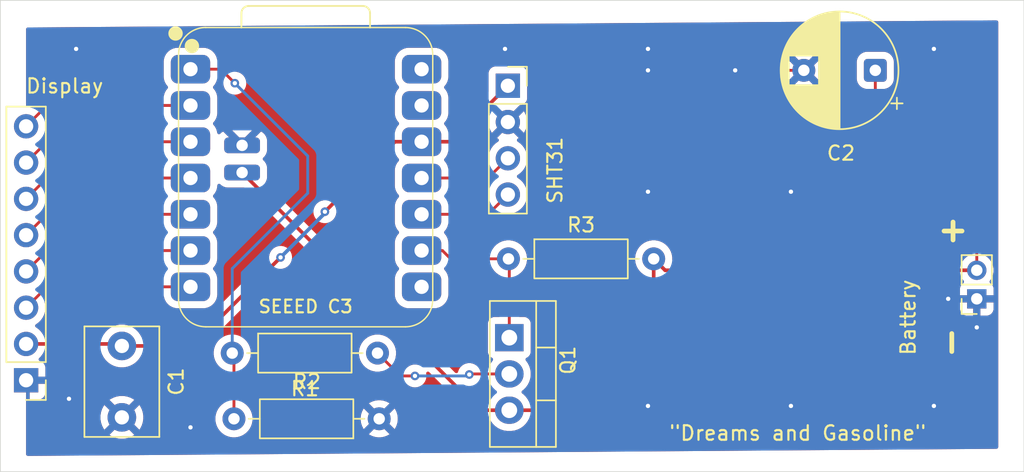
<source format=kicad_pcb>
(kicad_pcb (version 20241229) (generator "pcbnew") (generator_version "9.0")
  (layers (0 "F.Cu" signal) (2 "B.Cu" signal) (13 "F.Paste" user) (15 "B.Paste" user) (5 "F.SilkS" user "F.Silkscreen") (7 "B.SilkS" user "B.Silkscreen") (1 "F.Mask" user) (3 "B.Mask" user) (25 "Edge.Cuts" user))
  (net 0 "")
  (net 1 "Net-(J2-Pin_2)")
  (net 2 "Net-(J2-Pin_3)")
  (net 3 "Net-(J2-Pin_8)")
  (net 4 "Net-(J3-Pin_3)")
  (net 5 "Net-(J3-Pin_4)")
  (net 7 "Net-(J2-Pin_4)")
  (net 8 "Net-(Q1-G)")
  (net 9 "Net-(J2-Pin_5)")
  (net 10 "Net-(J2-Pin_6)")
  (net 11 "Net-(J1-Pin_8)")
  (net 13 "Net-(J2-Pin_7)")
  (net 14 "Net-(Q1-D)")
  (net 15 "Net-(J4-Pin_2)")
  (net 16 "GND")
  (footprint "Connector_PinSocket_2.54mm:PinSocket_1x04_P2.54mm_Vertical" (layer "F.Cu") (at 110.2 97.58)
    (property "Reference" "J3" (hide yes))
    (property "Value" "SHT31" (at 3.3 5.92 90) (layer "F.SilkS"))
    (fp_line (start -1.33 1.27) (end -1.33 8.95) (stroke (width 0.12)) (layer "F.SilkS"))
    (fp_line (start -1.33 1.27) (end 1.33 1.27) (stroke (width 0.12)) (layer "F.SilkS"))
    (fp_line (start -1.33 8.95) (end 1.33 8.95) (stroke (width 0.12)) (layer "F.SilkS"))
    (fp_line (start 0 -1.33) (end 1.33 -1.33) (stroke (width 0.12)) (layer "F.SilkS"))
    (fp_line (start 1.33 -1.33) (end 1.33 0) (stroke (width 0.12)) (layer "F.SilkS"))
    (fp_line (start 1.33 1.27) (end 1.33 8.95) (stroke (width 0.12)) (layer "F.SilkS"))
    (pad "GND" thru_hole circle (at 0 2.54) (size 1.7 1.7) (drill 1) (layers "*.Cu" "*.Mask") (net 16 "GND"))
    (pad "SCL" thru_hole circle (at 0 5.08) (size 1.7 1.7) (drill 1) (layers "*.Cu" "*.Mask") (net 4 "Net-(J3-Pin_3)"))
    (pad "SDA" thru_hole circle (at 0 7.62) (size 1.7 1.7) (drill 1) (layers "*.Cu" "*.Mask") (net 5 "Net-(J3-Pin_4)"))
    (pad "VIN" thru_hole rect (at 0 0) (size 1.7 1.7) (drill 1) (layers "*.Cu" "*.Mask") (net 1 "Net-(J2-Pin_2)"))
  )
  (footprint "Capacitor_THT:CP_Radial_D8.0mm_P5.00mm" (layer "F.Cu") (at 135.902651 96.5 180)
    (property "Reference" "J4" (hide yes))
    (property "Value" "C2" (at 2.402651 -5.8 0) (layer "F.SilkS"))
    (fp_line (start 6.58 -0.533) (end 6.58 0.533) (stroke (width 0.12)) (layer "F.SilkS"))
    (fp_line (start 6.54 -0.768) (end 6.54 0.768) (stroke (width 0.12)) (layer "F.SilkS"))
    (fp_line (start 6.5 -0.947) (end 6.5 0.947) (stroke (width 0.12)) (layer "F.SilkS"))
    (fp_line (start 6.46 -1.097) (end 6.46 1.097) (stroke (width 0.12)) (layer "F.SilkS"))
    (fp_line (start 6.42 -1.228) (end 6.42 1.228) (stroke (width 0.12)) (layer "F.SilkS"))
    (fp_line (start 6.38 -1.346) (end 6.38 1.346) (stroke (width 0.12)) (layer "F.SilkS"))
    (fp_line (start 6.34 -1.453) (end 6.34 1.453) (stroke (width 0.12)) (layer "F.SilkS"))
    (fp_line (start 6.3 -1.552) (end 6.3 1.552) (stroke (width 0.12)) (layer "F.SilkS"))
    (fp_line (start 6.26 -1.644) (end 6.26 1.644) (stroke (width 0.12)) (layer "F.SilkS"))
    (fp_line (start 6.22 -1.731) (end 6.22 1.731) (stroke (width 0.12)) (layer "F.SilkS"))
    (fp_line (start 6.18 -1.813) (end 6.18 1.813) (stroke (width 0.12)) (layer "F.SilkS"))
    (fp_line (start 6.14 -1.89) (end 6.14 1.89) (stroke (width 0.12)) (layer "F.SilkS"))
    (fp_line (start 6.1 -1.964) (end 6.1 1.964) (stroke (width 0.12)) (layer "F.SilkS"))
    (fp_line (start 6.06 -2.034) (end 6.06 2.034) (stroke (width 0.12)) (layer "F.SilkS"))
    (fp_line (start 6.02 1.04) (end 6.02 2.101) (stroke (width 0.12)) (layer "F.SilkS"))
    (fp_line (start 6.02 -2.101) (end 6.02 -1.04) (stroke (width 0.12)) (layer "F.SilkS"))
    (fp_line (start 5.98 1.04) (end 5.98 2.165) (stroke (width 0.12)) (layer "F.SilkS"))
    (fp_line (start 5.98 -2.165) (end 5.98 -1.04) (stroke (width 0.12)) (layer "F.SilkS"))
    (fp_line (start 5.94 1.04) (end 5.94 2.227) (stroke (width 0.12)) (layer "F.SilkS"))
    (fp_line (start 5.94 -2.227) (end 5.94 -1.04) (stroke (width 0.12)) (layer "F.SilkS"))
    (fp_line (start 5.9 1.04) (end 5.9 2.287) (stroke (width 0.12)) (layer "F.SilkS"))
    (fp_line (start 5.9 -2.287) (end 5.9 -1.04) (stroke (width 0.12)) (layer "F.SilkS"))
    (fp_line (start 5.86 1.04) (end 5.86 2.344) (stroke (width 0.12)) (layer "F.SilkS"))
    (fp_line (start 5.86 -2.344) (end 5.86 -1.04) (stroke (width 0.12)) (layer "F.SilkS"))
    (fp_line (start 5.82 1.04) (end 5.82 2.4) (stroke (width 0.12)) (layer "F.SilkS"))
    (fp_line (start 5.82 -2.4) (end 5.82 -1.04) (stroke (width 0.12)) (layer "F.SilkS"))
    (fp_line (start 5.78 1.04) (end 5.78 2.453) (stroke (width 0.12)) (layer "F.SilkS"))
    (fp_line (start 5.78 -2.453) (end 5.78 -1.04) (stroke (width 0.12)) (layer "F.SilkS"))
    (fp_line (start 5.74 1.04) (end 5.74 2.505) (stroke (width 0.12)) (layer "F.SilkS"))
    (fp_line (start 5.74 -2.505) (end 5.74 -1.04) (stroke (width 0.12)) (layer "F.SilkS"))
    (fp_line (start 5.7 1.04) (end 5.7 2.555) (stroke (width 0.12)) (layer "F.SilkS"))
    (fp_line (start 5.7 -2.555) (end 5.7 -1.04) (stroke (width 0.12)) (layer "F.SilkS"))
    (fp_line (start 5.66 1.04) (end 5.66 2.604) (stroke (width 0.12)) (layer "F.SilkS"))
    (fp_line (start 5.66 -2.604) (end 5.66 -1.04) (stroke (width 0.12)) (layer "F.SilkS"))
    (fp_line (start 5.62 1.04) (end 5.62 2.651) (stroke (width 0.12)) (layer "F.SilkS"))
    (fp_line (start 5.62 -2.651) (end 5.62 -1.04) (stroke (width 0.12)) (layer "F.SilkS"))
    (fp_line (start 5.58 1.04) (end 5.58 2.696) (stroke (width 0.12)) (layer "F.SilkS"))
    (fp_line (start 5.58 -2.696) (end 5.58 -1.04) (stroke (width 0.12)) (layer "F.SilkS"))
    (fp_line (start 5.54 1.04) (end 5.54 2.741) (stroke (width 0.12)) (layer "F.SilkS"))
    (fp_line (start 5.54 -2.741) (end 5.54 -1.04) (stroke (width 0.12)) (layer "F.SilkS"))
    (fp_line (start 5.5 1.04) (end 5.5 2.784) (stroke (width 0.12)) (layer "F.SilkS"))
    (fp_line (start 5.5 -2.784) (end 5.5 -1.04) (stroke (width 0.12)) (layer "F.SilkS"))
    (fp_line (start 5.46 1.04) (end 5.46 2.826) (stroke (width 0.12)) (layer "F.SilkS"))
    (fp_line (start 5.46 -2.826) (end 5.46 -1.04) (stroke (width 0.12)) (layer "F.SilkS"))
    (fp_line (start 5.42 1.04) (end 5.42 2.867) (stroke (width 0.12)) (layer "F.SilkS"))
    (fp_line (start 5.42 -2.867) (end 5.42 -1.04) (stroke (width 0.12)) (layer "F.SilkS"))
    (fp_line (start 5.38 1.04) (end 5.38 2.906) (stroke (width 0.12)) (layer "F.SilkS"))
    (fp_line (start 5.38 -2.906) (end 5.38 -1.04) (stroke (width 0.12)) (layer "F.SilkS"))
    (fp_line (start 5.34 1.04) (end 5.34 2.945) (stroke (width 0.12)) (layer "F.SilkS"))
    (fp_line (start 5.34 -2.945) (end 5.34 -1.04) (stroke (width 0.12)) (layer "F.SilkS"))
    (fp_line (start 5.3 1.04) (end 5.3 2.982) (stroke (width 0.12)) (layer "F.SilkS"))
    (fp_line (start 5.3 -2.982) (end 5.3 -1.04) (stroke (width 0.12)) (layer "F.SilkS"))
    (fp_line (start 5.26 1.04) (end 5.26 3.019) (stroke (width 0.12)) (layer "F.SilkS"))
    (fp_line (start 5.26 -3.019) (end 5.26 -1.04) (stroke (width 0.12)) (layer "F.SilkS"))
    (fp_line (start 5.22 1.04) (end 5.22 3.055) (stroke (width 0.12)) (layer "F.SilkS"))
    (fp_line (start 5.22 -3.055) (end 5.22 -1.04) (stroke (width 0.12)) (layer "F.SilkS"))
    (fp_line (start 5.18 1.04) (end 5.18 3.089) (stroke (width 0.12)) (layer "F.SilkS"))
    (fp_line (start 5.18 -3.089) (end 5.18 -1.04) (stroke (width 0.12)) (layer "F.SilkS"))
    (fp_line (start 5.14 1.04) (end 5.14 3.123) (stroke (width 0.12)) (layer "F.SilkS"))
    (fp_line (start 5.14 -3.123) (end 5.14 -1.04) (stroke (width 0.12)) (layer "F.SilkS"))
    (fp_line (start 5.1 1.04) (end 5.1 3.156) (stroke (width 0.12)) (layer "F.SilkS"))
    (fp_line (start 5.1 -3.156) (end 5.1 -1.04) (stroke (width 0.12)) (layer "F.SilkS"))
    (fp_line (start 5.06 1.04) (end 5.06 3.188) (stroke (width 0.12)) (layer "F.SilkS"))
    (fp_line (start 5.06 -3.188) (end 5.06 -1.04) (stroke (width 0.12)) (layer "F.SilkS"))
    (fp_line (start 5.02 1.04) (end 5.02 3.219) (stroke (width 0.12)) (layer "F.SilkS"))
    (fp_line (start 5.02 -3.219) (end 5.02 -1.04) (stroke (width 0.12)) (layer "F.SilkS"))
    (fp_line (start 4.98 1.04) (end 4.98 3.25) (stroke (width 0.12)) (layer "F.SilkS"))
    (fp_line (start 4.98 -3.25) (end 4.98 -1.04) (stroke (width 0.12)) (layer "F.SilkS"))
    (fp_line (start 4.94 1.04) (end 4.94 3.28) (stroke (width 0.12)) (layer "F.SilkS"))
    (fp_line (start 4.94 -3.28) (end 4.94 -1.04) (stroke (width 0.12)) (layer "F.SilkS"))
    (fp_line (start 4.9 1.04) (end 4.9 3.309) (stroke (width 0.12)) (layer "F.SilkS"))
    (fp_line (start 4.9 -3.309) (end 4.9 -1.04) (stroke (width 0.12)) (layer "F.SilkS"))
    (fp_line (start 4.86 1.04) (end 4.86 3.337) (stroke (width 0.12)) (layer "F.SilkS"))
    (fp_line (start 4.86 -3.337) (end 4.86 -1.04) (stroke (width 0.12)) (layer "F.SilkS"))
    (fp_line (start 4.82 1.04) (end 4.82 3.365) (stroke (width 0.12)) (layer "F.SilkS"))
    (fp_line (start 4.82 -3.365) (end 4.82 -1.04) (stroke (width 0.12)) (layer "F.SilkS"))
    (fp_line (start 4.78 1.04) (end 4.78 3.392) (stroke (width 0.12)) (layer "F.SilkS"))
    (fp_line (start 4.78 -3.392) (end 4.78 -1.04) (stroke (width 0.12)) (layer "F.SilkS"))
    (fp_line (start 4.74 1.04) (end 4.74 3.418) (stroke (width 0.12)) (layer "F.SilkS"))
    (fp_line (start 4.74 -3.418) (end 4.74 -1.04) (stroke (width 0.12)) (layer "F.SilkS"))
    (fp_line (start 4.7 1.04) (end 4.7 3.443) (stroke (width 0.12)) (layer "F.SilkS"))
    (fp_line (start 4.7 -3.443) (end 4.7 -1.04) (stroke (width 0.12)) (layer "F.SilkS"))
    (fp_line (start 4.66 1.04) (end 4.66 3.468) (stroke (width 0.12)) (layer "F.SilkS"))
    (fp_line (start 4.66 -3.468) (end 4.66 -1.04) (stroke (width 0.12)) (layer "F.SilkS"))
    (fp_line (start 4.62 1.04) (end 4.62 3.493) (stroke (width 0.12)) (layer "F.SilkS"))
    (fp_line (start 4.62 -3.493) (end 4.62 -1.04) (stroke (width 0.12)) (layer "F.SilkS"))
    (fp_line (start 4.58 1.04) (end 4.58 3.516) (stroke (width 0.12)) (layer "F.SilkS"))
    (fp_line (start 4.58 -3.516) (end 4.58 -1.04) (stroke (width 0.12)) (layer "F.SilkS"))
    (fp_line (start 4.54 1.04) (end 4.54 3.539) (stroke (width 0.12)) (layer "F.SilkS"))
    (fp_line (start 4.54 -3.539) (end 4.54 -1.04) (stroke (width 0.12)) (layer "F.SilkS"))
    (fp_line (start 4.5 1.04) (end 4.5 3.562) (stroke (width 0.12)) (layer "F.SilkS"))
    (fp_line (start 4.5 -3.562) (end 4.5 -1.04) (stroke (width 0.12)) (layer "F.SilkS"))
    (fp_line (start 4.46 1.04) (end 4.46 3.584) (stroke (width 0.12)) (layer "F.SilkS"))
    (fp_line (start 4.46 -3.584) (end 4.46 -1.04) (stroke (width 0.12)) (layer "F.SilkS"))
    (fp_line (start 4.42 1.04) (end 4.42 3.605) (stroke (width 0.12)) (layer "F.SilkS"))
    (fp_line (start 4.42 -3.605) (end 4.42 -1.04) (stroke (width 0.12)) (layer "F.SilkS"))
    (fp_line (start 4.38 1.04) (end 4.38 3.626) (stroke (width 0.12)) (layer "F.SilkS"))
    (fp_line (start 4.38 -3.626) (end 4.38 -1.04) (stroke (width 0.12)) (layer "F.SilkS"))
    (fp_line (start 4.34 1.04) (end 4.34 3.646) (stroke (width 0.12)) (layer "F.SilkS"))
    (fp_line (start 4.34 -3.646) (end 4.34 -1.04) (stroke (width 0.12)) (layer "F.SilkS"))
    (fp_line (start 4.3 1.04) (end 4.3 3.666) (stroke (width 0.12)) (layer "F.SilkS"))
    (fp_line (start 4.3 -3.666) (end 4.3 -1.04) (stroke (width 0.12)) (layer "F.SilkS"))
    (fp_line (start 4.26 1.04) (end 4.26 3.685) (stroke (width 0.12)) (layer "F.SilkS"))
    (fp_line (start 4.26 -3.685) (end 4.26 -1.04) (stroke (width 0.12)) (layer "F.SilkS"))
    (fp_line (start 4.22 1.04) (end 4.22 3.704) (stroke (width 0.12)) (layer "F.SilkS"))
    (fp_line (start 4.22 -3.704) (end 4.22 -1.04) (stroke (width 0.12)) (layer "F.SilkS"))
    (fp_line (start 4.18 1.04) (end 4.18 3.722) (stroke (width 0.12)) (layer "F.SilkS"))
    (fp_line (start 4.18 -3.722) (end 4.18 -1.04) (stroke (width 0.12)) (layer "F.SilkS"))
    (fp_line (start 4.14 1.04) (end 4.14 3.74) (stroke (width 0.12)) (layer "F.SilkS"))
    (fp_line (start 4.14 -3.74) (end 4.14 -1.04) (stroke (width 0.12)) (layer "F.SilkS"))
    (fp_line (start 4.1 1.04) (end 4.1 3.757) (stroke (width 0.12)) (layer "F.SilkS"))
    (fp_line (start 4.1 -3.757) (end 4.1 -1.04) (stroke (width 0.12)) (layer "F.SilkS"))
    (fp_line (start 4.06 1.04) (end 4.06 3.773) (stroke (width 0.12)) (layer "F.SilkS"))
    (fp_line (start 4.06 -3.773) (end 4.06 -1.04) (stroke (width 0.12)) (layer "F.SilkS"))
    (fp_line (start 4.02 1.04) (end 4.02 3.789) (stroke (width 0.12)) (layer "F.SilkS"))
    (fp_line (start 4.02 -3.789) (end 4.02 -1.04) (stroke (width 0.12)) (layer "F.SilkS"))
    (fp_line (start 3.98 1.04) (end 3.98 3.805) (stroke (width 0.12)) (layer "F.SilkS"))
    (fp_line (start 3.98 -3.805) (end 3.98 -1.04) (stroke (width 0.12)) (layer "F.SilkS"))
    (fp_line (start 3.94 -3.82) (end 3.94 3.82) (stroke (width 0.12)) (layer "F.SilkS"))
    (fp_line (start 3.9 -3.835) (end 3.9 3.835) (stroke (width 0.12)) (layer "F.SilkS"))
    (fp_line (start 3.86 -3.849) (end 3.86 3.849) (stroke (width 0.12)) (layer "F.SilkS"))
    (fp_line (start 3.82 -3.863) (end 3.82 3.863) (stroke (width 0.12)) (layer "F.SilkS"))
    (fp_line (start 3.78 -3.876) (end 3.78 3.876) (stroke (width 0.12)) (layer "F.SilkS"))
    (fp_line (start 3.74 -3.889) (end 3.74 3.889) (stroke (width 0.12)) (layer "F.SilkS"))
    (fp_line (start 3.7 -3.901) (end 3.7 3.901) (stroke (width 0.12)) (layer "F.SilkS"))
    (fp_line (start 3.66 -3.913) (end 3.66 3.913) (stroke (width 0.12)) (layer "F.SilkS"))
    (fp_line (start 3.62 -3.925) (end 3.62 3.925) (stroke (width 0.12)) (layer "F.SilkS"))
    (fp_line (start 3.58 -3.936) (end 3.58 3.936) (stroke (width 0.12)) (layer "F.SilkS"))
    (fp_line (start 3.54 -3.947) (end 3.54 3.947) (stroke (width 0.12)) (layer "F.SilkS"))
    (fp_line (start 3.5 -3.957) (end 3.5 3.957) (stroke (width 0.12)) (layer "F.SilkS"))
    (fp_line (start 3.46 -3.967) (end 3.46 3.967) (stroke (width 0.12)) (layer "F.SilkS"))
    (fp_line (start 3.42 -3.976) (end 3.42 3.976) (stroke (width 0.12)) (layer "F.SilkS"))
    (fp_line (start 3.38 -3.985) (end 3.38 3.985) (stroke (width 0.12)) (layer "F.SilkS"))
    (fp_line (start 3.34 -3.993) (end 3.34 3.993) (stroke (width 0.12)) (layer "F.SilkS"))
    (fp_line (start 3.3 -4.002) (end 3.3 4.002) (stroke (width 0.12)) (layer "F.SilkS"))
    (fp_line (start 3.26 -4.009) (end 3.26 4.009) (stroke (width 0.12)) (layer "F.SilkS"))
    (fp_line (start 3.22 -4.017) (end 3.22 4.017) (stroke (width 0.12)) (layer "F.SilkS"))
    (fp_line (start 3.18 -4.023) (end 3.18 4.023) (stroke (width 0.12)) (layer "F.SilkS"))
    (fp_line (start 3.14 -4.03) (end 3.14 4.03) (stroke (width 0.12)) (layer "F.SilkS"))
    (fp_line (start 3.1 -4.036) (end 3.1 4.036) (stroke (width 0.12)) (layer "F.SilkS"))
    (fp_line (start 3.06 -4.042) (end 3.06 4.042) (stroke (width 0.12)) (layer "F.SilkS"))
    (fp_line (start 3.02 -4.047) (end 3.02 4.047) (stroke (width 0.12)) (layer "F.SilkS"))
    (fp_line (start 2.98 -4.052) (end 2.98 4.052) (stroke (width 0.12)) (layer "F.SilkS"))
    (fp_line (start 2.94 -4.056) (end 2.94 4.056) (stroke (width 0.12)) (layer "F.SilkS"))
    (fp_line (start 2.9 -4.061) (end 2.9 4.061) (stroke (width 0.12)) (layer "F.SilkS"))
    (fp_line (start 2.86 -4.064) (end 2.86 4.064) (stroke (width 0.12)) (layer "F.SilkS"))
    (fp_line (start 2.82 -4.068) (end 2.82 4.068) (stroke (width 0.12)) (layer "F.SilkS"))
    (fp_line (start 2.78 -4.07) (end 2.78 4.07) (stroke (width 0.12)) (layer "F.SilkS"))
    (fp_line (start 2.74 -4.073) (end 2.74 4.073) (stroke (width 0.12)) (layer "F.SilkS"))
    (fp_line (start 2.7 -4.075) (end 2.7 4.075) (stroke (width 0.12)) (layer "F.SilkS"))
    (fp_line (start 2.66 -4.077) (end 2.66 4.077) (stroke (width 0.12)) (layer "F.SilkS"))
    (fp_line (start 2.62 -4.078) (end 2.62 4.078) (stroke (width 0.12)) (layer "F.SilkS"))
    (fp_line (start 2.58 -4.079) (end 2.58 4.079) (stroke (width 0.12)) (layer "F.SilkS"))
    (fp_line (start 2.54 -4.08) (end 2.54 4.08) (stroke (width 0.12)) (layer "F.SilkS"))
    (fp_line (start 2.5 -4.08) (end 2.5 4.08) (stroke (width 0.12)) (layer "F.SilkS"))
    (fp_line (start -1.509698 -2.715) (end -1.509698 -1.915) (stroke (width 0.12)) (layer "F.SilkS"))
    (fp_line (start -1.909698 -2.315) (end -1.109698 -2.315) (stroke (width 0.12)) (layer "F.SilkS"))
    (fp_circle (center 2.5 0) (end 6.62 0) (stroke (width 0.12)) (fill no) (layer "F.SilkS"))
    (pad "+" thru_hole roundrect (at 0 0 180) (size 1.6 1.6) (drill 0.8) (layers "*.Cu" "*.Mask") (roundrect_rratio 0.15625) (net 15 "Net-(J4-Pin_2)"))
    (pad "-" thru_hole circle (at 5 0 180) (size 1.6 1.6) (drill 0.8) (layers "*.Cu" "*.Mask") (net 16 "GND"))
  )
  (footprint "Package_TO_SOT_THT:TO-220-3_Vertical" (layer "F.Cu") (at 110.3 115.22 -90)
    (property "Reference" "Q1" (at 1.58 -4.1 90) (layer "F.SilkS"))
    (property "Value" "FQP27P06" (hide yes))
    (fp_line (start -2.57 1.36) (end -2.57 -3.26) (stroke (width 0.12)) (layer "F.SilkS"))
    (fp_line (start 7.65 1.36) (end -2.57 1.36) (stroke (width 0.12)) (layer "F.SilkS"))
    (fp_line (start -2.57 -1.88) (end 7.65 -1.88) (stroke (width 0.12)) (layer "F.SilkS"))
    (fp_line (start -2.57 -3.26) (end 7.65 -3.26) (stroke (width 0.12)) (layer "F.SilkS"))
    (fp_line (start 0.69 -3.26) (end 0.69 -1.88) (stroke (width 0.12)) (layer "F.SilkS"))
    (fp_line (start 4.39 -3.26) (end 4.39 -1.88) (stroke (width 0.12)) (layer "F.SilkS"))
    (fp_line (start 7.65 -3.26) (end 7.65 1.36) (stroke (width 0.12)) (layer "F.SilkS"))
    (pad "1" thru_hole rect (at 0 0 270) (size 1.905 2) (drill 1.1) (layers "*.Cu" "*.Mask") (net 8 "Net-(Q1-G)"))
    (pad "2" thru_hole oval (at 2.54 0 270) (size 1.905 2) (drill 1.1) (layers "*.Cu" "*.Mask") (net 14 "Net-(Q1-D)"))
    (pad "3" thru_hole oval (at 5.08 0 270) (size 1.905 2) (drill 1.1) (layers "*.Cu" "*.Mask") (net 15 "Net-(J4-Pin_2)"))
  )
  (footprint "Connector_PinHeader_2.54mm:PinHeader_1x08_P2.54mm_Vertical" (layer "F.Cu") (at 76.5 118.2 180)
    (property "Reference" "J2" (hide yes))
    (property "Value" "e-ink-display" (hide yes))
    (fp_line (start 1.38 1.27) (end 1.38 19.16) (stroke (width 0.12)) (layer "F.SilkS"))
    (fp_line (start -1.38 19.16) (end 1.38 19.16) (stroke (width 0.12)) (layer "F.SilkS"))
    (fp_line (start -1.38 1.27) (end 1.38 1.27) (stroke (width 0.12)) (layer "F.SilkS"))
    (fp_line (start -1.38 1.27) (end -1.38 19.16) (stroke (width 0.12)) (layer "F.SilkS"))
    (fp_line (start -1.38 0) (end -1.38 -1.38) (stroke (width 0.12)) (layer "F.SilkS"))
    (fp_line (start -1.38 -1.38) (end 0 -1.38) (stroke (width 0.12)) (layer "F.SilkS"))
    (pad "BUSY" thru_hole circle (at 0 17.78 180) (size 1.7 1.7) (drill 1) (layers "*.Cu" "*.Mask") (net 3 "Net-(J2-Pin_8)"))
    (pad "CS" thru_hole circle (at 0 15.24 180) (size 1.7 1.7) (drill 1) (layers "*.Cu" "*.Mask") (net 13 "Net-(J2-Pin_7)"))
    (pad "DC" thru_hole circle (at 0 12.7 180) (size 1.7 1.7) (drill 1) (layers "*.Cu" "*.Mask") (net 10 "Net-(J2-Pin_6)"))
    (pad "GND" thru_hole rect (at 0 0 180) (size 1.7 1.7) (drill 1) (layers "*.Cu" "*.Mask") (net 16 "GND"))
    (pad "RES" thru_hole circle (at 0 10.16 180) (size 1.7 1.7) (drill 1) (layers "*.Cu" "*.Mask") (net 9 "Net-(J2-Pin_5)"))
    (pad "SCL" thru_hole circle (at 0 5.08 180) (size 1.7 1.7) (drill 1) (layers "*.Cu" "*.Mask") (net 2 "Net-(J2-Pin_3)"))
    (pad "SDA" thru_hole circle (at 0 7.62 180) (size 1.7 1.7) (drill 1) (layers "*.Cu" "*.Mask") (net 7 "Net-(J2-Pin_4)"))
    (pad "VCC" thru_hole circle (at 0 2.54 180) (size 1.7 1.7) (drill 1) (layers "*.Cu" "*.Mask") (net 1 "Net-(J2-Pin_2)"))
  )
  (footprint "Resistor_THT:R_Axial_DIN0207_L6.3mm_D2.5mm_P10.16mm_Horizontal" (layer "F.Cu") (at 110.24 109.7)
    (property "Reference" "R3" (at 5.08 -2.37 0) (layer "F.SilkS"))
    (property "Value" "R_Small_US" (hide yes))
    (fp_line (start 1.04 0) (end 1.81 0) (stroke (width 0.12)) (layer "F.SilkS"))
    (fp_line (start 9.12 0) (end 8.35 0) (stroke (width 0.12)) (layer "F.SilkS"))
    (fp_rect (start 1.81 -1.37) (end 8.35 1.37) (stroke (width 0.12)) (fill no) (layer "F.SilkS"))
    (pad "1" thru_hole circle (at 0 0) (size 1.6 1.6) (drill 0.8) (layers "*.Cu" "*.Mask") (net 8 "Net-(Q1-G)"))
    (pad "2" thru_hole circle (at 10.16 0) (size 1.6 1.6) (drill 0.8) (layers "*.Cu" "*.Mask") (net 15 "Net-(J4-Pin_2)"))
  )
  (footprint "Capacitor_THT:C_Disc_D7.5mm_W5.0mm_P5.00mm" (layer "F.Cu") (at 83.2 120.8 90)
    (property "Reference" "C1" (at 2.5 3.8 90) (layer "F.SilkS"))
    (property "Value" "C_Small_US" (hide yes))
    (fp_line (start 6.37 -2.62) (end 6.37 2.62) (stroke (width 0.12)) (layer "F.SilkS"))
    (fp_line (start -1.37 -2.62) (end 6.37 -2.62) (stroke (width 0.12)) (layer "F.SilkS"))
    (fp_line (start 6.37 2.62) (end -1.37 2.62) (stroke (width 0.12)) (layer "F.SilkS"))
    (fp_line (start -1.37 2.62) (end -1.37 -2.62) (stroke (width 0.12)) (layer "F.SilkS"))
    (pad "1" thru_hole circle (at 0 0 90) (size 2 2) (drill 1) (layers "*.Cu" "*.Mask") (net 16 "GND"))
    (pad "2" thru_hole circle (at 5 0 90) (size 2 2) (drill 1) (layers "*.Cu" "*.Mask") (net 1 "Net-(J2-Pin_2)"))
  )
  (footprint "Module:XIAO-ESP32C3-Throughole_alex" (layer "F.Cu") (at 96 104)
    (property "Reference" "J1" (hide yes))
    (property "Value" "SEEED C3" (at 0.055 9.04 0) (layer "F.SilkS") (effects (font (size 0.889 0.889) (thickness 0.1524) (bold yes))))
    (fp_line (start -8.835 8.553) (end -8.835 -8.592) (stroke (width 0.1)) (layer "F.SilkS"))
    (fp_line (start -6.93 10.458) (end 7.04 10.458) (stroke (width 0.1)) (layer "F.SilkS"))
    (fp_line (start -4.44 -10.497) (end -4.436272 -11.507272) (stroke (width 0.127)) (layer "F.SilkS"))
    (fp_line (start -3.936272 -12.007) (end 4.059 -12.007) (stroke (width 0.127)) (layer "F.SilkS"))
    (fp_line (start 4.559 -11.507) (end 4.559 -10.497) (stroke (width 0.127)) (layer "F.SilkS"))
    (fp_line (start 7.04 -10.497) (end -6.93 -10.497) (stroke (width 0.1)) (layer "F.SilkS"))
    (fp_line (start 8.945 8.553) (end 8.945 -8.592) (stroke (width 0.1)) (layer "F.SilkS"))
    (fp_arc (start -8.835 -8.596) (mid -8.277038 -9.943038) (end -6.93 -10.501) (stroke (width 0.1)) (layer "F.SilkS"))
    (fp_arc (start -6.93 10.458) (mid -8.277038 9.900038) (end -8.835 8.553) (stroke (width 0.1)) (layer "F.SilkS"))
    (fp_arc (start -4.436272 -11.507272) (mid -4.289724 -11.860644) (end -3.936272 -12.007) (stroke (width 0.127)) (layer "F.SilkS"))
    (fp_arc (start 4.059 -12.007) (mid 4.412553 -11.860553) (end 4.559 -11.507) (stroke (width 0.127)) (layer "F.SilkS"))
    (fp_arc (start 7.04 -10.497) (mid 8.387038 -9.939038) (end 8.945 -8.592) (stroke (width 0.1)) (layer "F.SilkS"))
    (fp_arc (start 8.945 8.553) (mid 8.387038 9.900038) (end 7.04 10.458) (stroke (width 0.1)) (layer "F.SilkS"))
    (fp_circle (center -9.045 -10.081) (end -9.045 -10.335) (stroke (width 0.5)) (fill yes) (layer "F.SilkS"))
    (fp_circle (center -7.902 -9.201) (end -7.902 -9.455) (stroke (width 0.5)) (fill yes) (layer "F.SilkS"))
    (pad "2" thru_hole roundrect (at -8 -7.58) (size 2.75 2) (drill 1) (layers "*.Cu" "*.Mask") (net 11 "Net-(J1-Pin_8)"))
    (pad "3" thru_hole roundrect (at -8 -5.04) (size 2.75 2) (drill 1) (layers "*.Cu" "*.Mask") (net 3 "Net-(J2-Pin_8)"))
    (pad "3.3V" thru_hole roundrect (at 8.165 -2.5) (size 2.75 2) (drill 1) (layers "*.Cu" "*.Mask") (net 1 "Net-(J2-Pin_2)"))
    (pad "4" thru_hole roundrect (at -8 -2.5) (size 2.75 2) (drill 1) (layers "*.Cu" "*.Mask") (net 13 "Net-(J2-Pin_7)"))
    (pad "5" thru_hole roundrect (at -8 0.04) (size 2.75 2) (drill 1) (layers "*.Cu" "*.Mask") (net 10 "Net-(J2-Pin_6)"))
    (pad "5V" thru_hole roundrect (at 8.165 -7.58) (size 2.75 2) (drill 1) (layers "*.Cu" "*.Mask"))
    (pad "6" thru_hole roundrect (at -8 2.58) (size 2.75 2) (drill 1) (layers "*.Cu" "*.Mask") (net 9 "Net-(J2-Pin_5)"))
    (pad "7" thru_hole roundrect (at -8 5.12) (size 2.75 2) (drill 1) (layers "*.Cu" "*.Mask") (net 7 "Net-(J2-Pin_4)"))
    (pad "8" thru_hole roundrect (at 8.165 5.12) (size 2.75 2) (drill 1) (layers "*.Cu" "*.Mask") (net 8 "Net-(Q1-G)"))
    (pad "9" thru_hole roundrect (at 8.165 2.58) (size 2.75 2) (drill 1) (layers "*.Cu" "*.Mask") (net 5 "Net-(J3-Pin_4)"))
    (pad "10" thru_hole roundrect (at 8.165 0.04) (size 2.75 2) (drill 1) (layers "*.Cu" "*.Mask") (net 4 "Net-(J3-Pin_3)"))
    (pad "20" thru_hole roundrect (at 8.165 7.66) (size 2.75 2) (drill 1) (layers "*.Cu" "*.Mask"))
    (pad "21" thru_hole roundrect (at -8 7.66) (size 2.75 2) (drill 1) (layers "*.Cu" "*.Mask") (net 2 "Net-(J2-Pin_3)"))
    (pad "BAT+" thru_hole roundrect (at -4.39 -0.342 180) (size 2.5 1.1) (drill 0.8) (layers "*.Cu" "*.Mask") (net 15 "Net-(J4-Pin_2)"))
    (pad "BAT-" thru_hole roundrect (at -4.39 -2.247 180) (size 2.5 1.1) (drill 0.8) (layers "*.Cu" "*.Mask") (net 16 "GND"))
    (pad "GND" thru_hole roundrect (at 8.165 -5.04) (size 2.75 2) (drill 1) (layers "*.Cu" "*.Mask") (net 16 "GND"))
  )
  (footprint "Connector_PinSocket_2.00mm:PinSocket_1x02_P2.00mm_Vertical" (layer "F.Cu") (at 143 112.5 180)
    (property "Reference" "J5" (hide yes))
    (property "Value" "Battery" (at 4.8 -1.3 90) (layer "F.SilkS"))
    (fp_line (start 1.06 1) (end 1.06 3.06) (stroke (width 0.12)) (layer "F.SilkS"))
    (fp_line (start 1.06 -1.06) (end 1.06 0) (stroke (width 0.12)) (layer "F.SilkS"))
    (fp_line (start 0 -1.06) (end 1.06 -1.06) (stroke (width 0.12)) (layer "F.SilkS"))
    (fp_line (start -1.06 3.06) (end 1.06 3.06) (stroke (width 0.12)) (layer "F.SilkS"))
    (fp_line (start -1.06 1) (end 1.06 1) (stroke (width 0.12)) (layer "F.SilkS"))
    (fp_line (start -1.06 1) (end -1.06 3.06) (stroke (width 0.12)) (layer "F.SilkS"))
    (pad "1" thru_hole rect (at 0 0 180) (size 1.35 1.35) (drill 0.8) (layers "*.Cu" "*.Mask") (net 16 "GND"))
    (pad "2" thru_hole circle (at 0 2 180) (size 1.35 1.35) (drill 0.8) (layers "*.Cu" "*.Mask") (net 15 "Net-(J4-Pin_2)"))
  )
  (footprint "Resistor_THT:R_Axial_DIN0207_L6.3mm_D2.5mm_P10.16mm_Horizontal" (layer "F.Cu") (at 90.92 116.3)
    (property "Reference" "R1" (at 5.08 2.5 0) (layer "F.SilkS"))
    (property "Value" "R_Small_US" (hide yes))
    (fp_line (start 1.04 0) (end 1.81 0) (stroke (width 0.12)) (layer "F.SilkS"))
    (fp_line (start 9.12 0) (end 8.35 0) (stroke (width 0.12)) (layer "F.SilkS"))
    (fp_rect (start 1.81 -1.37) (end 8.35 1.37) (stroke (width 0.12)) (fill no) (layer "F.SilkS"))
    (pad "1" thru_hole circle (at 0 0) (size 1.6 1.6) (drill 0.8) (layers "*.Cu" "*.Mask") (net 11 "Net-(J1-Pin_8)"))
    (pad "2" thru_hole circle (at 10.16 0) (size 1.6 1.6) (drill 0.8) (layers "*.Cu" "*.Mask") (net 14 "Net-(Q1-D)"))
  )
  (footprint "Resistor_THT:R_Axial_DIN0207_L6.3mm_D2.5mm_P10.16mm_Horizontal" (layer "F.Cu") (at 101.2 120.9 180)
    (property "Reference" "R2" (at 5.06 2.6 0) (layer "F.SilkS"))
    (property "Value" "R_Small_US" (hide yes))
    (fp_line (start 9.12 0) (end 8.35 0) (stroke (width 0.12)) (layer "F.SilkS"))
    (fp_line (start 1.04 0) (end 1.81 0) (stroke (width 0.12)) (layer "F.SilkS"))
    (fp_rect (start 1.81 -1.37) (end 8.35 1.37) (stroke (width 0.12)) (fill no) (layer "F.SilkS"))
    (pad "1" thru_hole circle (at 0 0 180) (size 1.6 1.6) (drill 0.8) (layers "*.Cu" "*.Mask") (net 16 "GND"))
    (pad "2" thru_hole circle (at 10.16 0 180) (size 1.6 1.6) (drill 0.8) (layers "*.Cu" "*.Mask") (net 11 "Net-(J1-Pin_8)"))
  )
  (gr_rect (start 74.7 91.6) (end 146.3 124.6) (stroke (width 0.05)) (fill no) (layer "Edge.Cuts"))
  (gr_text "{dblquote}Dreams and Gasoline{dblquote}" (at 121.4 122.5 0) (layer "F.SilkS") (effects (font (size 1.016 1.016) (thickness 0.1524)) (justify left bottom)))
  (gr_text "Display" (at 79.2 97.6 0) (layer "F.SilkS") (effects (font (size 1 1))))
  (gr_text "+" (at 140.1 108.6 0) (layer "F.SilkS") (effects (font (size 1.651 1.651) (thickness 0.3302) (bold yes)) (justify left bottom)))
  (gr_text "-" (at 142.1 116.8 90) (layer "F.SilkS") (effects (font (size 1.651 1.651) (thickness 0.3302) (bold yes)) (justify left bottom)))
  (segment (start 76.5 115.66) (end 83.06 115.66) (width 0.254) (layer "F.Cu") (net 1))
  (segment (start 104.165 101.5) (end 106.28 101.5) (width 0.254) (layer "F.Cu") (net 1))
  (segment (start 88.1 115.8) (end 94.3 109.6) (width 0.254) (layer "F.Cu") (net 1))
  (segment (start 83.2 115.8) (end 88.1 115.8) (width 0.254) (layer "F.Cu") (net 1))
  (segment (start 102.3 101.5) (end 104.165 101.5) (width 0.254) (layer "F.Cu") (net 1))
  (segment (start 83.06 115.66) (end 83.2 115.8) (width 0.2) (layer "F.Cu") (net 1))
  (segment (start 106.28 101.5) (end 110.2 97.58) (width 0.254) (layer "F.Cu") (net 1))
  (segment (start 97.4 106.4) (end 102.3 101.5) (width 0.254) (layer "F.Cu") (net 1))
  (via (at 94.3 109.6) (size 0.6) (drill 0.3) (layers "F.Cu" "B.Cu") (net 1))
  (via (at 97.4 106.4) (size 0.6) (drill 0.3) (layers "F.Cu" "B.Cu") (net 1))
  (segment (start 97.4 106.5) (end 97.4 106.4) (width 0.2) (layer "B.Cu") (net 1))
  (segment (start 94.3 109.6) (end 97.4 106.5) (width 0.254) (layer "B.Cu") (net 1))
  (segment (start 77.96 111.66) (end 88 111.66) (width 0.2) (layer "F.Cu") (net 2))
  (segment (start 76.5 113.12) (end 77.96 111.66) (width 0.2) (layer "F.Cu") (net 2))
  (segment (start 76.5 100.42) (end 77.96 98.96) (width 0.2) (layer "F.Cu") (net 3))
  (segment (start 77.96 98.96) (end 88 98.96) (width 0.2) (layer "F.Cu") (net 3))
  (segment (start 108.82 104.04) (end 110.2 102.66) (width 0.2) (layer "F.Cu") (net 4))
  (segment (start 104.165 104.04) (end 108.82 104.04) (width 0.2) (layer "F.Cu") (net 4))
  (segment (start 108.82 106.58) (end 110.2 105.2) (width 0.2) (layer "F.Cu") (net 5))
  (segment (start 104.165 106.58) (end 108.82 106.58) (width 0.2) (layer "F.Cu") (net 5))
  (segment (start 77.96 109.12) (end 88 109.12) (width 0.2) (layer "F.Cu") (net 7))
  (segment (start 76.5 110.58) (end 77.96 109.12) (width 0.2) (layer "F.Cu") (net 7))
  (segment (start 104.165 109.12) (end 105.62 109.12) (width 0.2) (layer "F.Cu") (net 8))
  (segment (start 106.2 109.7) (end 110.24 109.7) (width 0.2) (layer "F.Cu") (net 8))
  (segment (start 105.62 109.12) (end 106.2 109.7) (width 0.2) (layer "F.Cu") (net 8))
  (segment (start 110.3 109.76) (end 110.24 109.7) (width 0.2) (layer "F.Cu") (net 8))
  (segment (start 110.3 115.22) (end 110.3 109.76) (width 0.2) (layer "F.Cu") (net 8))
  (segment (start 77.96 106.58) (end 88 106.58) (width 0.2) (layer "F.Cu") (net 9))
  (segment (start 76.5 108.04) (end 77.96 106.58) (width 0.2) (layer "F.Cu") (net 9))
  (segment (start 76.5 105.5) (end 77.96 104.04) (width 0.2) (layer "F.Cu") (net 10))
  (segment (start 77.96 104.04) (end 88 104.04) (width 0.2) (layer "F.Cu") (net 10))
  (segment (start 91.04 116.42) (end 90.92 116.3) (width 0.2) (layer "F.Cu") (net 11))
  (segment (start 90.12 96.42) (end 88 96.42) (width 0.2) (layer "F.Cu") (net 11))
  (segment (start 90.82 120.8) (end 91.02 121) (width 0.2) (layer "F.Cu") (net 11))
  (segment (start 91.04 120.9) (end 91.04 116.42) (width 0.2) (layer "F.Cu") (net 11))
  (segment (start 89.12 96.42) (end 88 96.42) (width 0.2) (layer "F.Cu") (net 11))
  (segment (start 91.1 97.4) (end 90.12 96.42) (width 0.2) (layer "F.Cu") (net 11))
  (via (at 91.1 97.4) (size 0.6) (drill 0.3) (layers "F.Cu" "B.Cu") (net 11))
  (segment (start 90.92 110.38) (end 96.2 105.1) (width 0.2) (layer "B.Cu") (net 11))
  (segment (start 96.2 105.1) (end 96.2 102.5) (width 0.2) (layer "B.Cu") (net 11))
  (segment (start 96.2 102.5) (end 96.1 102.4) (width 0.2) (layer "B.Cu") (net 11))
  (segment (start 90.92 116.3) (end 90.92 110.38) (width 0.2) (layer "B.Cu") (net 11))
  (segment (start 96.1 102.4) (end 91.1 97.4) (width 0.2) (layer "B.Cu") (net 11))
  (segment (start 77.96 101.5) (end 88 101.5) (width 0.2) (layer "F.Cu") (net 13))
  (segment (start 76.5 102.96) (end 77.96 101.5) (width 0.2) (layer "F.Cu") (net 13))
  (segment (start 107.54 117.76) (end 110.3 117.76) (width 0.2) (layer "F.Cu") (net 14))
  (segment (start 101.08 116.3) (end 102.68 117.9) (width 0.2) (layer "F.Cu") (net 14))
  (segment (start 107.5 117.8) (end 107.54 117.76) (width 0.2) (layer "F.Cu") (net 14))
  (segment (start 102.68 117.9) (end 103.7 117.9) (width 0.2) (layer "F.Cu") (net 14))
  (via (at 107.5 117.8) (size 0.6) (drill 0.3) (layers "F.Cu" "B.Cu") (net 14))
  (via (at 103.7 117.9) (size 0.6) (drill 0.3) (layers "F.Cu" "B.Cu") (net 14))
  (segment (start 107.4 117.9) (end 107.5 117.8) (width 0.2) (layer "B.Cu") (net 14))
  (segment (start 103.7 117.9) (end 107.4 117.9) (width 0.2) (layer "B.Cu") (net 14))
  (segment (start 143 110.5) (end 143 107) (width 0.2) (layer "F.Cu") (net 15))
  (segment (start 108.252 120.3) (end 110.3 120.3) (width 0.254) (layer "F.Cu") (net 15))
  (segment (start 135.902651 99.902651) (end 135.902651 96.5) (width 0.2) (layer "F.Cu") (net 15))
  (segment (start 121.199999 110.499999) (end 120.4 109.7) (width 0.254) (layer "F.Cu") (net 15))
  (segment (start 143 110.5) (end 121.199999 110.499999) (width 0.254) (layer "F.Cu") (net 15))
  (segment (start 120.4 109.7) (end 120.4 116.2) (width 0.254) (layer "F.Cu") (net 15))
  (segment (start 120.4 116.2) (end 116.3 120.3) (width 0.254) (layer "F.Cu") (net 15))
  (segment (start 116.3 120.3) (end 110.3 120.3) (width 0.254) (layer "F.Cu") (net 15))
  (segment (start 143 107) (end 135.902651 99.902651) (width 0.2) (layer "F.Cu") (net 15))
  (segment (start 91.61 103.658) (end 108.252 120.3) (width 0.254) (layer "F.Cu") (net 15))
  (segment (start 113.82 96.5) (end 120 96.5) (width 0.2) (layer "F.Cu") (net 16))
  (segment (start 120 96.5) (end 126.1 96.5) (width 0.2) (layer "F.Cu") (net 16))
  (segment (start 110.2 100.12) (end 113.82 96.5) (width 0.2) (layer "F.Cu") (net 16))
  (segment (start 126.1 96.5) (end 130.902651 96.5) (width 0.2) (layer "F.Cu") (net 16))
  (via (at 126.1 96.5) (size 0.6) (drill 0.3) (layers "F.Cu" "B.Cu") (net 16))
  (via (at 80 95) (size 0.6) (drill 0.3) (layers "F.Cu" "B.Cu") (net 16))
  (via (at 79.5 119.5) (size 0.6) (drill 0.3) (layers "F.Cu" "B.Cu") (net 16))
  (via (at 120 96.5) (size 0.6) (drill 0.3) (layers "F.Cu" "B.Cu") (net 16))
  (via (at 143 114.5) (size 0.6) (drill 0.3) (layers "F.Cu" "B.Cu") (net 16))
  (via (at 140 120) (size 0.6) (drill 0.3) (layers "F.Cu" "B.Cu") (net 16))
  (via (at 130 120) (size 0.6) (drill 0.3) (layers "F.Cu" "B.Cu") (net 16))
  (via (at 120 120) (size 0.6) (drill 0.3) (layers "F.Cu" "B.Cu") (net 16))
  (via (at 140 95) (size 0.6) (drill 0.3) (layers "F.Cu" "B.Cu") (net 16))
  (via (at 88 121.5) (size 0.6) (drill 0.3) (layers "F.Cu" "B.Cu") (net 16))
  (via (at 120 95) (size 0.6) (drill 0.3) (layers "F.Cu" "B.Cu") (net 16))
  (via (at 141 112.5) (size 0.6) (drill 0.3) (layers "F.Cu" "B.Cu") (net 16))
  (via (at 120 105) (size 0.6) (drill 0.3) (layers "F.Cu" "B.Cu") (net 16))
  (via (at 130 105) (size 0.6) (drill 0.3) (layers "F.Cu" "B.Cu") (net 16))
  (via (at 110 95) (size 0.6) (drill 0.3) (layers "F.Cu" "B.Cu") (net 16))
  (zone (net 16) (net_name "GND") (layers "F.Cu" "B.Cu") (connect_pads (clearance 0.5)) (min_thickness 0.25) (fill yes (thermal_gap 0.5) (thermal_bridge_width 0.5))
    (polygon (pts (xy 144.5 123) (xy 144.5 93) (xy 76.5 93.5) (xy 76.5 123.5)))
  )
)
</source>
